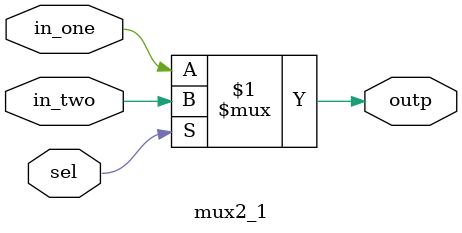
<source format=v>
`timescale 1ns/10ps
module mux2_1 (
    sel,
    in_one,
    in_two,
    outp
);
    parameter N=1;
    output [N-1:0] outp;
    input [N-1:0] in_one;
    input [N-1:0] in_two;
    input sel;
    
    assign outp = (sel)?in_two:in_one;

endmodule
</source>
